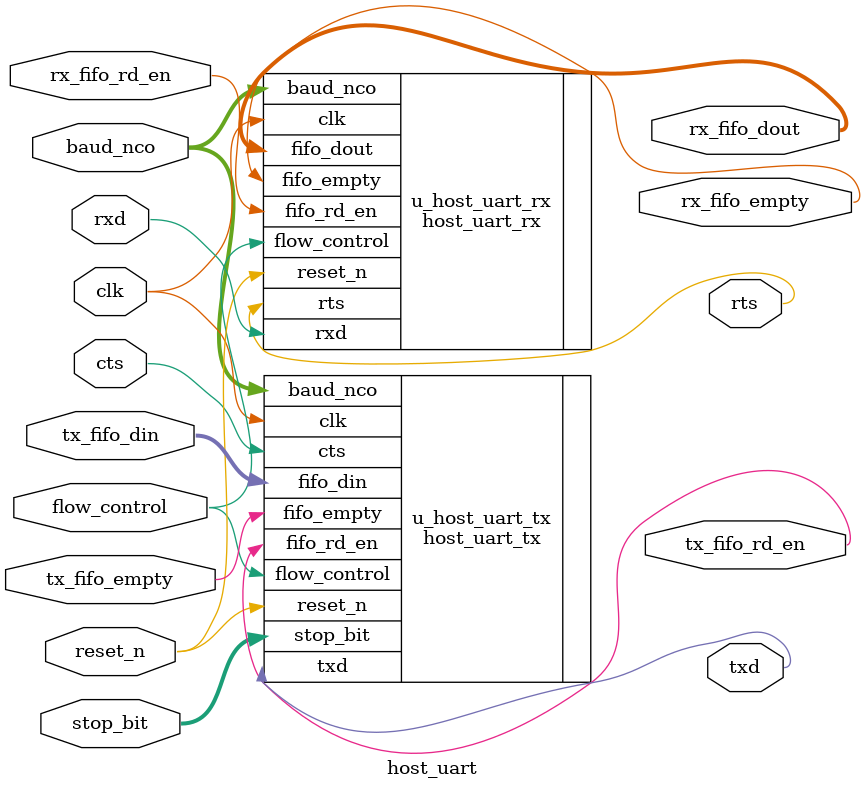
<source format=v>
`include "define.v"
`include "timescale.v"

module host_uart(
	reset_n,
	clk,

	baud_nco,
	stop_bit,
	flow_control,
	txd,
	rxd,
	rts,
	cts,
	
	rx_fifo_rd_en,
	rx_fifo_dout,
	rx_fifo_empty,

	tx_fifo_rd_en,
	tx_fifo_din,
	tx_fifo_empty
);

input			reset_n;
input			clk;

input	[31:0]	baud_nco;
input	[3:0]	stop_bit;
input			flow_control;
output			txd;
input			rxd;
output			rts;
input			cts;

input			rx_fifo_rd_en;
output	[7:0]	rx_fifo_dout;
output			rx_fifo_empty;

output			tx_fifo_rd_en;
input	[7:0]	tx_fifo_din;
input			tx_fifo_empty;


host_uart_tx u_host_uart_tx(
	.reset_n(reset_n),
	.clk(clk),
	.baud_nco(baud_nco),
	.stop_bit(stop_bit),
	.flow_control(flow_control),
	.txd(txd),
	.cts(cts),
	.fifo_rd_en(tx_fifo_rd_en),
	.fifo_din(tx_fifo_din),
	.fifo_empty(tx_fifo_empty)
);

host_uart_rx u_host_uart_rx(
	.reset_n(reset_n),
	.clk(clk),
	.baud_nco(baud_nco),
	.flow_control(flow_control),
	.rxd(rxd),
	.rts(rts),
	.fifo_rd_en(rx_fifo_rd_en),
	.fifo_dout(rx_fifo_dout),
	.fifo_empty(rx_fifo_empty)
);

endmodule

</source>
